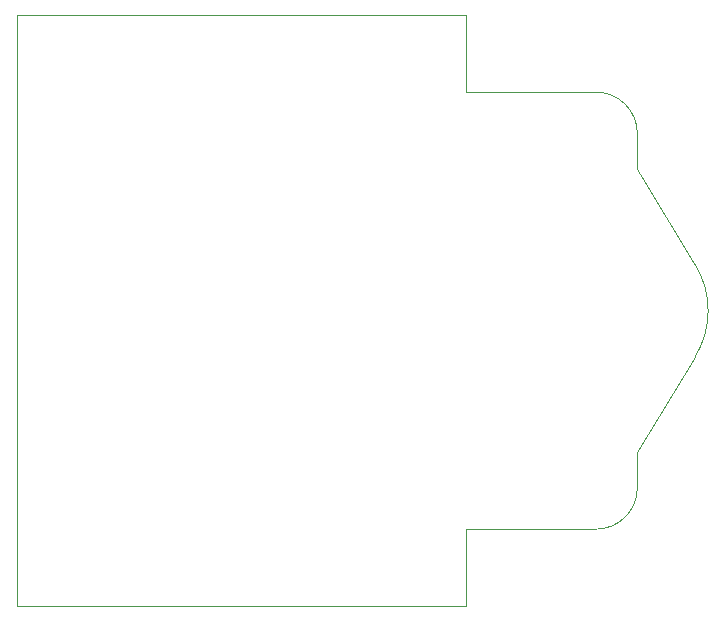
<source format=gbr>
%TF.GenerationSoftware,KiCad,Pcbnew,9.0.3*%
%TF.CreationDate,2025-08-08T12:42:48-04:00*%
%TF.ProjectId,DC_servo_joint,44435f73-6572-4766-9f5f-6a6f696e742e,rev?*%
%TF.SameCoordinates,Original*%
%TF.FileFunction,Profile,NP*%
%FSLAX46Y46*%
G04 Gerber Fmt 4.6, Leading zero omitted, Abs format (unit mm)*
G04 Created by KiCad (PCBNEW 9.0.3) date 2025-08-08 12:42:48*
%MOMM*%
%LPD*%
G01*
G04 APERTURE LIST*
%TA.AperFunction,Profile*%
%ADD10C,0.050000*%
%TD*%
G04 APERTURE END LIST*
D10*
X147999999Y-56500001D02*
G75*
G02*
X151499999Y-60000001I1J-3499999D01*
G01*
X151500000Y-87000000D02*
X156400000Y-78900000D01*
X137000000Y-50000000D02*
X99000000Y-50000000D01*
X99000000Y-100000000D02*
X137000000Y-100000000D01*
X151499998Y-63000001D02*
X156399998Y-71100001D01*
X151500000Y-90000000D02*
G75*
G02*
X148000000Y-93500000I-3500000J0D01*
G01*
X99000000Y-50000000D02*
X99000000Y-100000000D01*
X137000000Y-50000000D02*
X137000000Y-56500000D01*
X156399586Y-71099320D02*
G75*
G02*
X156399999Y-78900002I-6399586J-3900680D01*
G01*
X148000000Y-56500001D02*
X137000000Y-56500000D01*
X148000000Y-93500000D02*
X137000000Y-93500000D01*
X137000000Y-93500000D02*
X137000000Y-100000000D01*
X151500000Y-90000000D02*
X151500000Y-87000000D01*
X151499998Y-60000001D02*
X151499998Y-63000001D01*
M02*

</source>
